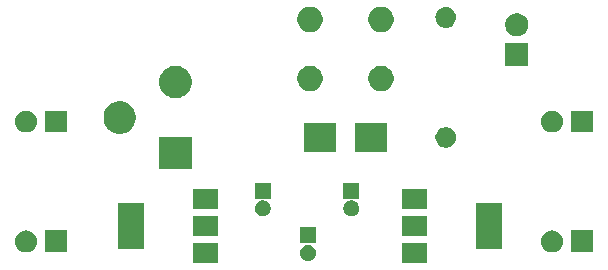
<source format=gts>
G04 #@! TF.GenerationSoftware,KiCad,Pcbnew,(5.1.4)-1*
G04 #@! TF.CreationDate,2020-03-26T20:17:56-03:00*
G04 #@! TF.ProjectId,Protoboard-power,50726f74-6f62-46f6-9172-642d706f7765,rev?*
G04 #@! TF.SameCoordinates,Original*
G04 #@! TF.FileFunction,Soldermask,Top*
G04 #@! TF.FilePolarity,Negative*
%FSLAX46Y46*%
G04 Gerber Fmt 4.6, Leading zero omitted, Abs format (unit mm)*
G04 Created by KiCad (PCBNEW (5.1.4)-1) date 2020-03-26 20:17:56*
%MOMM*%
%LPD*%
G04 APERTURE LIST*
%ADD10C,0.100000*%
G04 APERTURE END LIST*
D10*
G36*
X136926200Y-91126200D02*
G01*
X134773800Y-91126200D01*
X134773800Y-89473800D01*
X136926200Y-89473800D01*
X136926200Y-91126200D01*
X136926200Y-91126200D01*
G37*
G36*
X119226200Y-91126200D02*
G01*
X117073800Y-91126200D01*
X117073800Y-89473800D01*
X119226200Y-89473800D01*
X119226200Y-91126200D01*
X119226200Y-91126200D01*
G37*
G36*
X127022241Y-89624786D02*
G01*
X127145301Y-89675759D01*
X127256054Y-89749762D01*
X127350238Y-89843946D01*
X127424241Y-89954699D01*
X127475214Y-90077759D01*
X127501200Y-90208400D01*
X127501200Y-90341600D01*
X127475214Y-90472241D01*
X127424241Y-90595301D01*
X127350238Y-90706054D01*
X127256054Y-90800238D01*
X127145301Y-90874241D01*
X127022241Y-90925214D01*
X126891600Y-90951200D01*
X126758400Y-90951200D01*
X126627759Y-90925214D01*
X126504699Y-90874241D01*
X126393946Y-90800238D01*
X126299762Y-90706054D01*
X126225759Y-90595301D01*
X126174786Y-90472241D01*
X126148800Y-90341600D01*
X126148800Y-90208400D01*
X126174786Y-90077759D01*
X126225759Y-89954699D01*
X126299762Y-89843946D01*
X126393946Y-89749762D01*
X126504699Y-89675759D01*
X126627759Y-89624786D01*
X126758400Y-89598800D01*
X126891600Y-89598800D01*
X127022241Y-89624786D01*
X127022241Y-89624786D01*
G37*
G36*
X106426200Y-90226200D02*
G01*
X104573800Y-90226200D01*
X104573800Y-88373800D01*
X106426200Y-88373800D01*
X106426200Y-90226200D01*
X106426200Y-90226200D01*
G37*
G36*
X103141563Y-88387201D02*
G01*
X103141566Y-88387202D01*
X103141567Y-88387202D01*
X103182501Y-88399619D01*
X103316155Y-88440162D01*
X103396607Y-88483165D01*
X103477059Y-88526167D01*
X103477061Y-88526168D01*
X103477060Y-88526168D01*
X103618091Y-88641909D01*
X103733832Y-88782940D01*
X103819838Y-88943845D01*
X103872799Y-89118437D01*
X103890682Y-89300000D01*
X103872799Y-89481563D01*
X103819838Y-89656155D01*
X103819837Y-89656156D01*
X103733833Y-89817059D01*
X103618091Y-89958091D01*
X103477059Y-90073833D01*
X103396608Y-90116835D01*
X103316155Y-90159838D01*
X103182501Y-90200381D01*
X103141567Y-90212798D01*
X103141566Y-90212798D01*
X103141563Y-90212799D01*
X103005501Y-90226200D01*
X102914499Y-90226200D01*
X102778437Y-90212799D01*
X102778434Y-90212798D01*
X102778433Y-90212798D01*
X102737499Y-90200381D01*
X102603845Y-90159838D01*
X102523393Y-90116835D01*
X102442941Y-90073833D01*
X102301909Y-89958091D01*
X102186167Y-89817059D01*
X102100163Y-89656156D01*
X102100162Y-89656155D01*
X102047201Y-89481563D01*
X102029318Y-89300000D01*
X102047201Y-89118437D01*
X102100162Y-88943845D01*
X102186168Y-88782940D01*
X102301909Y-88641909D01*
X102442940Y-88526168D01*
X102442939Y-88526168D01*
X102442941Y-88526167D01*
X102523393Y-88483165D01*
X102603845Y-88440162D01*
X102737499Y-88399619D01*
X102778433Y-88387202D01*
X102778434Y-88387202D01*
X102778437Y-88387201D01*
X102914499Y-88373800D01*
X103005501Y-88373800D01*
X103141563Y-88387201D01*
X103141563Y-88387201D01*
G37*
G36*
X147691563Y-88387201D02*
G01*
X147691566Y-88387202D01*
X147691567Y-88387202D01*
X147732501Y-88399619D01*
X147866155Y-88440162D01*
X147946607Y-88483165D01*
X148027059Y-88526167D01*
X148027061Y-88526168D01*
X148027060Y-88526168D01*
X148168091Y-88641909D01*
X148283832Y-88782940D01*
X148369838Y-88943845D01*
X148422799Y-89118437D01*
X148440682Y-89300000D01*
X148422799Y-89481563D01*
X148369838Y-89656155D01*
X148369837Y-89656156D01*
X148283833Y-89817059D01*
X148168091Y-89958091D01*
X148027059Y-90073833D01*
X147946608Y-90116835D01*
X147866155Y-90159838D01*
X147732501Y-90200381D01*
X147691567Y-90212798D01*
X147691566Y-90212798D01*
X147691563Y-90212799D01*
X147555501Y-90226200D01*
X147464499Y-90226200D01*
X147328437Y-90212799D01*
X147328434Y-90212798D01*
X147328433Y-90212798D01*
X147287499Y-90200381D01*
X147153845Y-90159838D01*
X147073393Y-90116835D01*
X146992941Y-90073833D01*
X146851909Y-89958091D01*
X146736167Y-89817059D01*
X146650163Y-89656156D01*
X146650162Y-89656155D01*
X146597201Y-89481563D01*
X146579318Y-89300000D01*
X146597201Y-89118437D01*
X146650162Y-88943845D01*
X146736168Y-88782940D01*
X146851909Y-88641909D01*
X146992940Y-88526168D01*
X146992939Y-88526168D01*
X146992941Y-88526167D01*
X147073393Y-88483165D01*
X147153845Y-88440162D01*
X147287499Y-88399619D01*
X147328433Y-88387202D01*
X147328434Y-88387202D01*
X147328437Y-88387201D01*
X147464499Y-88373800D01*
X147555501Y-88373800D01*
X147691563Y-88387201D01*
X147691563Y-88387201D01*
G37*
G36*
X150976200Y-90226200D02*
G01*
X149123800Y-90226200D01*
X149123800Y-88373800D01*
X150976200Y-88373800D01*
X150976200Y-90226200D01*
X150976200Y-90226200D01*
G37*
G36*
X143226200Y-89976200D02*
G01*
X141073800Y-89976200D01*
X141073800Y-86023800D01*
X143226200Y-86023800D01*
X143226200Y-89976200D01*
X143226200Y-89976200D01*
G37*
G36*
X112926200Y-89976200D02*
G01*
X110773800Y-89976200D01*
X110773800Y-86023800D01*
X112926200Y-86023800D01*
X112926200Y-89976200D01*
X112926200Y-89976200D01*
G37*
G36*
X127501200Y-89451200D02*
G01*
X126148800Y-89451200D01*
X126148800Y-88098800D01*
X127501200Y-88098800D01*
X127501200Y-89451200D01*
X127501200Y-89451200D01*
G37*
G36*
X136926200Y-88826200D02*
G01*
X134773800Y-88826200D01*
X134773800Y-87173800D01*
X136926200Y-87173800D01*
X136926200Y-88826200D01*
X136926200Y-88826200D01*
G37*
G36*
X119226200Y-88826200D02*
G01*
X117073800Y-88826200D01*
X117073800Y-87173800D01*
X119226200Y-87173800D01*
X119226200Y-88826200D01*
X119226200Y-88826200D01*
G37*
G36*
X123197241Y-85849786D02*
G01*
X123320301Y-85900759D01*
X123431054Y-85974762D01*
X123525238Y-86068946D01*
X123599241Y-86179699D01*
X123650214Y-86302759D01*
X123676200Y-86433400D01*
X123676200Y-86566600D01*
X123650214Y-86697241D01*
X123599241Y-86820301D01*
X123525238Y-86931054D01*
X123431054Y-87025238D01*
X123320301Y-87099241D01*
X123197241Y-87150214D01*
X123066600Y-87176200D01*
X122933400Y-87176200D01*
X122802759Y-87150214D01*
X122679699Y-87099241D01*
X122568946Y-87025238D01*
X122474762Y-86931054D01*
X122400759Y-86820301D01*
X122349786Y-86697241D01*
X122323800Y-86566600D01*
X122323800Y-86433400D01*
X122349786Y-86302759D01*
X122400759Y-86179699D01*
X122474762Y-86068946D01*
X122568946Y-85974762D01*
X122679699Y-85900759D01*
X122802759Y-85849786D01*
X122933400Y-85823800D01*
X123066600Y-85823800D01*
X123197241Y-85849786D01*
X123197241Y-85849786D01*
G37*
G36*
X130697241Y-85849786D02*
G01*
X130820301Y-85900759D01*
X130931054Y-85974762D01*
X131025238Y-86068946D01*
X131099241Y-86179699D01*
X131150214Y-86302759D01*
X131176200Y-86433400D01*
X131176200Y-86566600D01*
X131150214Y-86697241D01*
X131099241Y-86820301D01*
X131025238Y-86931054D01*
X130931054Y-87025238D01*
X130820301Y-87099241D01*
X130697241Y-87150214D01*
X130566600Y-87176200D01*
X130433400Y-87176200D01*
X130302759Y-87150214D01*
X130179699Y-87099241D01*
X130068946Y-87025238D01*
X129974762Y-86931054D01*
X129900759Y-86820301D01*
X129849786Y-86697241D01*
X129823800Y-86566600D01*
X129823800Y-86433400D01*
X129849786Y-86302759D01*
X129900759Y-86179699D01*
X129974762Y-86068946D01*
X130068946Y-85974762D01*
X130179699Y-85900759D01*
X130302759Y-85849786D01*
X130433400Y-85823800D01*
X130566600Y-85823800D01*
X130697241Y-85849786D01*
X130697241Y-85849786D01*
G37*
G36*
X119226200Y-86526200D02*
G01*
X117073800Y-86526200D01*
X117073800Y-84873800D01*
X119226200Y-84873800D01*
X119226200Y-86526200D01*
X119226200Y-86526200D01*
G37*
G36*
X136926200Y-86526200D02*
G01*
X134773800Y-86526200D01*
X134773800Y-84873800D01*
X136926200Y-84873800D01*
X136926200Y-86526200D01*
X136926200Y-86526200D01*
G37*
G36*
X123676200Y-85676200D02*
G01*
X122323800Y-85676200D01*
X122323800Y-84323800D01*
X123676200Y-84323800D01*
X123676200Y-85676200D01*
X123676200Y-85676200D01*
G37*
G36*
X131176200Y-85676200D02*
G01*
X129823800Y-85676200D01*
X129823800Y-84323800D01*
X131176200Y-84323800D01*
X131176200Y-85676200D01*
X131176200Y-85676200D01*
G37*
G36*
X116976200Y-83176200D02*
G01*
X114223800Y-83176200D01*
X114223800Y-80423800D01*
X116976200Y-80423800D01*
X116976200Y-83176200D01*
X116976200Y-83176200D01*
G37*
G36*
X133476200Y-81726200D02*
G01*
X130823800Y-81726200D01*
X130823800Y-79273800D01*
X133476200Y-79273800D01*
X133476200Y-81726200D01*
X133476200Y-81726200D01*
G37*
G36*
X129176200Y-81726200D02*
G01*
X126523800Y-81726200D01*
X126523800Y-79273800D01*
X129176200Y-79273800D01*
X129176200Y-81726200D01*
X129176200Y-81726200D01*
G37*
G36*
X138755578Y-79657471D02*
G01*
X138915037Y-79723521D01*
X139058545Y-79819411D01*
X139180589Y-79941455D01*
X139276479Y-80084963D01*
X139342529Y-80244422D01*
X139376200Y-80413702D01*
X139376200Y-80586298D01*
X139342529Y-80755578D01*
X139276479Y-80915037D01*
X139180589Y-81058545D01*
X139058545Y-81180589D01*
X138915037Y-81276479D01*
X138755578Y-81342529D01*
X138586298Y-81376200D01*
X138413702Y-81376200D01*
X138244422Y-81342529D01*
X138084963Y-81276479D01*
X137941455Y-81180589D01*
X137819411Y-81058545D01*
X137723521Y-80915037D01*
X137657471Y-80755578D01*
X137623800Y-80586298D01*
X137623800Y-80413702D01*
X137657471Y-80244422D01*
X137723521Y-80084963D01*
X137819411Y-79941455D01*
X137941455Y-79819411D01*
X138084963Y-79723521D01*
X138244422Y-79657471D01*
X138413702Y-79623800D01*
X138586298Y-79623800D01*
X138755578Y-79657471D01*
X138755578Y-79657471D01*
G37*
G36*
X111301423Y-77476686D02*
G01*
X111551876Y-77580427D01*
X111777278Y-77731036D01*
X111968964Y-77922722D01*
X112119573Y-78148124D01*
X112223314Y-78398577D01*
X112276200Y-78664456D01*
X112276200Y-78935544D01*
X112223314Y-79201423D01*
X112119573Y-79451876D01*
X111968964Y-79677278D01*
X111777278Y-79868964D01*
X111551876Y-80019573D01*
X111301423Y-80123314D01*
X111035544Y-80176200D01*
X110764456Y-80176200D01*
X110498577Y-80123314D01*
X110248124Y-80019573D01*
X110022722Y-79868964D01*
X109831036Y-79677278D01*
X109680427Y-79451876D01*
X109576686Y-79201423D01*
X109523800Y-78935544D01*
X109523800Y-78664456D01*
X109576686Y-78398577D01*
X109680427Y-78148124D01*
X109831036Y-77922722D01*
X110022722Y-77731036D01*
X110248124Y-77580427D01*
X110498577Y-77476686D01*
X110764456Y-77423800D01*
X111035544Y-77423800D01*
X111301423Y-77476686D01*
X111301423Y-77476686D01*
G37*
G36*
X103141563Y-78237201D02*
G01*
X103141566Y-78237202D01*
X103141567Y-78237202D01*
X103182501Y-78249619D01*
X103316155Y-78290162D01*
X103396607Y-78333165D01*
X103477059Y-78376167D01*
X103618091Y-78491909D01*
X103733832Y-78632940D01*
X103819838Y-78793845D01*
X103872799Y-78968437D01*
X103890682Y-79150000D01*
X103872799Y-79331563D01*
X103819838Y-79506155D01*
X103819837Y-79506156D01*
X103733833Y-79667059D01*
X103618091Y-79808091D01*
X103477059Y-79923833D01*
X103444090Y-79941455D01*
X103316155Y-80009838D01*
X103182501Y-80050381D01*
X103141567Y-80062798D01*
X103141566Y-80062798D01*
X103141563Y-80062799D01*
X103005501Y-80076200D01*
X102914499Y-80076200D01*
X102778437Y-80062799D01*
X102778434Y-80062798D01*
X102778433Y-80062798D01*
X102737499Y-80050381D01*
X102603845Y-80009838D01*
X102475910Y-79941455D01*
X102442941Y-79923833D01*
X102301909Y-79808091D01*
X102186167Y-79667059D01*
X102100163Y-79506156D01*
X102100162Y-79506155D01*
X102047201Y-79331563D01*
X102029318Y-79150000D01*
X102047201Y-78968437D01*
X102100162Y-78793845D01*
X102186168Y-78632940D01*
X102301909Y-78491909D01*
X102442941Y-78376167D01*
X102523393Y-78333165D01*
X102603845Y-78290162D01*
X102737499Y-78249619D01*
X102778433Y-78237202D01*
X102778434Y-78237202D01*
X102778437Y-78237201D01*
X102914499Y-78223800D01*
X103005501Y-78223800D01*
X103141563Y-78237201D01*
X103141563Y-78237201D01*
G37*
G36*
X147691563Y-78237201D02*
G01*
X147691566Y-78237202D01*
X147691567Y-78237202D01*
X147732501Y-78249619D01*
X147866155Y-78290162D01*
X147946607Y-78333165D01*
X148027059Y-78376167D01*
X148168091Y-78491909D01*
X148283832Y-78632940D01*
X148369838Y-78793845D01*
X148422799Y-78968437D01*
X148440682Y-79150000D01*
X148422799Y-79331563D01*
X148369838Y-79506155D01*
X148369837Y-79506156D01*
X148283833Y-79667059D01*
X148168091Y-79808091D01*
X148027059Y-79923833D01*
X147994090Y-79941455D01*
X147866155Y-80009838D01*
X147732501Y-80050381D01*
X147691567Y-80062798D01*
X147691566Y-80062798D01*
X147691563Y-80062799D01*
X147555501Y-80076200D01*
X147464499Y-80076200D01*
X147328437Y-80062799D01*
X147328434Y-80062798D01*
X147328433Y-80062798D01*
X147287499Y-80050381D01*
X147153845Y-80009838D01*
X147025910Y-79941455D01*
X146992941Y-79923833D01*
X146851909Y-79808091D01*
X146736167Y-79667059D01*
X146650163Y-79506156D01*
X146650162Y-79506155D01*
X146597201Y-79331563D01*
X146579318Y-79150000D01*
X146597201Y-78968437D01*
X146650162Y-78793845D01*
X146736168Y-78632940D01*
X146851909Y-78491909D01*
X146992941Y-78376167D01*
X147073393Y-78333165D01*
X147153845Y-78290162D01*
X147287499Y-78249619D01*
X147328433Y-78237202D01*
X147328434Y-78237202D01*
X147328437Y-78237201D01*
X147464499Y-78223800D01*
X147555501Y-78223800D01*
X147691563Y-78237201D01*
X147691563Y-78237201D01*
G37*
G36*
X106426200Y-80076200D02*
G01*
X104573800Y-80076200D01*
X104573800Y-78223800D01*
X106426200Y-78223800D01*
X106426200Y-80076200D01*
X106426200Y-80076200D01*
G37*
G36*
X150976200Y-80076200D02*
G01*
X149123800Y-80076200D01*
X149123800Y-78223800D01*
X150976200Y-78223800D01*
X150976200Y-80076200D01*
X150976200Y-80076200D01*
G37*
G36*
X116001423Y-74476686D02*
G01*
X116251876Y-74580427D01*
X116477278Y-74731036D01*
X116668964Y-74922722D01*
X116819573Y-75148124D01*
X116923314Y-75398577D01*
X116976200Y-75664456D01*
X116976200Y-75935544D01*
X116923314Y-76201423D01*
X116819573Y-76451876D01*
X116668964Y-76677278D01*
X116477278Y-76868964D01*
X116251876Y-77019573D01*
X116001423Y-77123314D01*
X115735544Y-77176200D01*
X115464456Y-77176200D01*
X115198577Y-77123314D01*
X114948124Y-77019573D01*
X114722722Y-76868964D01*
X114531036Y-76677278D01*
X114380427Y-76451876D01*
X114276686Y-76201423D01*
X114223800Y-75935544D01*
X114223800Y-75664456D01*
X114276686Y-75398577D01*
X114380427Y-75148124D01*
X114531036Y-74922722D01*
X114722722Y-74731036D01*
X114948124Y-74580427D01*
X115198577Y-74476686D01*
X115464456Y-74423800D01*
X115735544Y-74423800D01*
X116001423Y-74476686D01*
X116001423Y-74476686D01*
G37*
G36*
X127313916Y-74465158D02*
G01*
X127509772Y-74546284D01*
X127686039Y-74664062D01*
X127835938Y-74813961D01*
X127953716Y-74990228D01*
X128034842Y-75186084D01*
X128076200Y-75394003D01*
X128076200Y-75605997D01*
X128034842Y-75813916D01*
X127953716Y-76009772D01*
X127835938Y-76186039D01*
X127686039Y-76335938D01*
X127509772Y-76453716D01*
X127313916Y-76534842D01*
X127105997Y-76576200D01*
X126894003Y-76576200D01*
X126686084Y-76534842D01*
X126490228Y-76453716D01*
X126313961Y-76335938D01*
X126164062Y-76186039D01*
X126046284Y-76009772D01*
X125965158Y-75813916D01*
X125923800Y-75605997D01*
X125923800Y-75394003D01*
X125965158Y-75186084D01*
X126046284Y-74990228D01*
X126164062Y-74813961D01*
X126313961Y-74664062D01*
X126490228Y-74546284D01*
X126686084Y-74465158D01*
X126894003Y-74423800D01*
X127105997Y-74423800D01*
X127313916Y-74465158D01*
X127313916Y-74465158D01*
G37*
G36*
X133313916Y-74465158D02*
G01*
X133509772Y-74546284D01*
X133686039Y-74664062D01*
X133835938Y-74813961D01*
X133953716Y-74990228D01*
X134034842Y-75186084D01*
X134076200Y-75394003D01*
X134076200Y-75605997D01*
X134034842Y-75813916D01*
X133953716Y-76009772D01*
X133835938Y-76186039D01*
X133686039Y-76335938D01*
X133509772Y-76453716D01*
X133313916Y-76534842D01*
X133105997Y-76576200D01*
X132894003Y-76576200D01*
X132686084Y-76534842D01*
X132490228Y-76453716D01*
X132313961Y-76335938D01*
X132164062Y-76186039D01*
X132046284Y-76009772D01*
X131965158Y-75813916D01*
X131923800Y-75605997D01*
X131923800Y-75394003D01*
X131965158Y-75186084D01*
X132046284Y-74990228D01*
X132164062Y-74813961D01*
X132313961Y-74664062D01*
X132490228Y-74546284D01*
X132686084Y-74465158D01*
X132894003Y-74423800D01*
X133105997Y-74423800D01*
X133313916Y-74465158D01*
X133313916Y-74465158D01*
G37*
G36*
X145476200Y-74476200D02*
G01*
X143523800Y-74476200D01*
X143523800Y-72523800D01*
X145476200Y-72523800D01*
X145476200Y-74476200D01*
X145476200Y-74476200D01*
G37*
G36*
X144784747Y-70021315D02*
G01*
X144962404Y-70094902D01*
X145122293Y-70201737D01*
X145258263Y-70337707D01*
X145365098Y-70497596D01*
X145438685Y-70675253D01*
X145476200Y-70863852D01*
X145476200Y-71056148D01*
X145438685Y-71244747D01*
X145365098Y-71422404D01*
X145258263Y-71582293D01*
X145122293Y-71718263D01*
X144962404Y-71825098D01*
X144784747Y-71898685D01*
X144596148Y-71936200D01*
X144403852Y-71936200D01*
X144215253Y-71898685D01*
X144037596Y-71825098D01*
X143877707Y-71718263D01*
X143741737Y-71582293D01*
X143634902Y-71422404D01*
X143561315Y-71244747D01*
X143523800Y-71056148D01*
X143523800Y-70863852D01*
X143561315Y-70675253D01*
X143634902Y-70497596D01*
X143741737Y-70337707D01*
X143877707Y-70201737D01*
X144037596Y-70094902D01*
X144215253Y-70021315D01*
X144403852Y-69983800D01*
X144596148Y-69983800D01*
X144784747Y-70021315D01*
X144784747Y-70021315D01*
G37*
G36*
X127313916Y-69465158D02*
G01*
X127509772Y-69546284D01*
X127686039Y-69664062D01*
X127835938Y-69813961D01*
X127953716Y-69990228D01*
X128034842Y-70186084D01*
X128076200Y-70394003D01*
X128076200Y-70605997D01*
X128034842Y-70813916D01*
X127953716Y-71009772D01*
X127835938Y-71186039D01*
X127686039Y-71335938D01*
X127509772Y-71453716D01*
X127313916Y-71534842D01*
X127105997Y-71576200D01*
X126894003Y-71576200D01*
X126686084Y-71534842D01*
X126490228Y-71453716D01*
X126313961Y-71335938D01*
X126164062Y-71186039D01*
X126046284Y-71009772D01*
X125965158Y-70813916D01*
X125923800Y-70605997D01*
X125923800Y-70394003D01*
X125965158Y-70186084D01*
X126046284Y-69990228D01*
X126164062Y-69813961D01*
X126313961Y-69664062D01*
X126490228Y-69546284D01*
X126686084Y-69465158D01*
X126894003Y-69423800D01*
X127105997Y-69423800D01*
X127313916Y-69465158D01*
X127313916Y-69465158D01*
G37*
G36*
X133313916Y-69465158D02*
G01*
X133509772Y-69546284D01*
X133686039Y-69664062D01*
X133835938Y-69813961D01*
X133953716Y-69990228D01*
X134034842Y-70186084D01*
X134076200Y-70394003D01*
X134076200Y-70605997D01*
X134034842Y-70813916D01*
X133953716Y-71009772D01*
X133835938Y-71186039D01*
X133686039Y-71335938D01*
X133509772Y-71453716D01*
X133313916Y-71534842D01*
X133105997Y-71576200D01*
X132894003Y-71576200D01*
X132686084Y-71534842D01*
X132490228Y-71453716D01*
X132313961Y-71335938D01*
X132164062Y-71186039D01*
X132046284Y-71009772D01*
X131965158Y-70813916D01*
X131923800Y-70605997D01*
X131923800Y-70394003D01*
X131965158Y-70186084D01*
X132046284Y-69990228D01*
X132164062Y-69813961D01*
X132313961Y-69664062D01*
X132490228Y-69546284D01*
X132686084Y-69465158D01*
X132894003Y-69423800D01*
X133105997Y-69423800D01*
X133313916Y-69465158D01*
X133313916Y-69465158D01*
G37*
G36*
X138671762Y-69476477D02*
G01*
X138671765Y-69476478D01*
X138836929Y-69526580D01*
X138873792Y-69546284D01*
X138989145Y-69607941D01*
X139122565Y-69717435D01*
X139232058Y-69850854D01*
X139313420Y-70003071D01*
X139341277Y-70094903D01*
X139363523Y-70168238D01*
X139380440Y-70340000D01*
X139363523Y-70511762D01*
X139363522Y-70511765D01*
X139313420Y-70676929D01*
X139313419Y-70676930D01*
X139232059Y-70829145D01*
X139122565Y-70962565D01*
X138989145Y-71072059D01*
X138913038Y-71112739D01*
X138836929Y-71153420D01*
X138690651Y-71197793D01*
X138671762Y-71203523D01*
X138543047Y-71216200D01*
X138456953Y-71216200D01*
X138328238Y-71203523D01*
X138309349Y-71197793D01*
X138163071Y-71153420D01*
X138086962Y-71112739D01*
X138010855Y-71072059D01*
X137877435Y-70962565D01*
X137767941Y-70829145D01*
X137686581Y-70676930D01*
X137686580Y-70676929D01*
X137636478Y-70511765D01*
X137636477Y-70511762D01*
X137619560Y-70340000D01*
X137636477Y-70168238D01*
X137658723Y-70094903D01*
X137686580Y-70003071D01*
X137767942Y-69850854D01*
X137877435Y-69717435D01*
X138010855Y-69607941D01*
X138126208Y-69546284D01*
X138163071Y-69526580D01*
X138328235Y-69476478D01*
X138328238Y-69476477D01*
X138456953Y-69463800D01*
X138543047Y-69463800D01*
X138671762Y-69476477D01*
X138671762Y-69476477D01*
G37*
M02*

</source>
